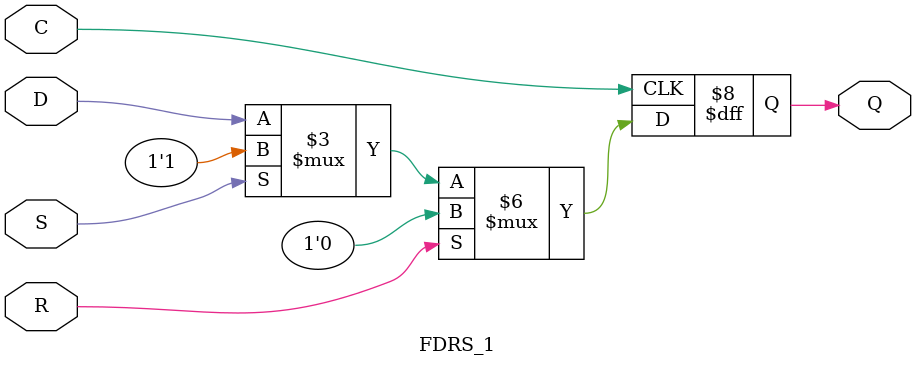
<source format=v>

/*

FUNCTION	: D-FLIP-FLOP with sync reset, sync set

*/

`celldefine
`timescale  100 ps / 10 ps

module FDRS_1 (Q, C, D, R, S);

    parameter INIT = 1'b0;

    output Q;
    reg    Q;

    input  C, D, R, S;

	always @(negedge C)
	    if (R)
		Q <= 0;
	    else if (S)
		Q <= 1;
	    else
		Q <= D;

endmodule

</source>
